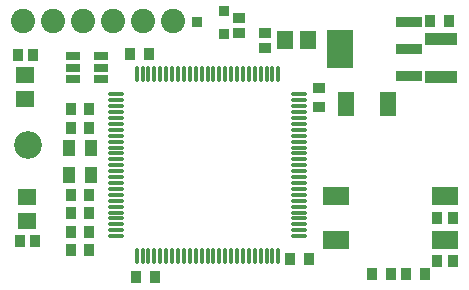
<source format=gts>
G04*
G04 #@! TF.GenerationSoftware,Altium Limited,Altium Designer,25.1.2 (22)*
G04*
G04 Layer_Color=8388736*
%FSLAX44Y44*%
%MOMM*%
G71*
G04*
G04 #@! TF.SameCoordinates,7ED34E8D-A4F8-468C-8B7F-49A99E5286A2*
G04*
G04*
G04 #@! TF.FilePolarity,Negative*
G04*
G01*
G75*
%ADD32R,2.2000X0.9500*%
%ADD33R,2.2000X3.3000*%
%ADD34R,0.8120X0.8120*%
%ADD35R,0.9500X1.1000*%
%ADD36R,0.8500X1.0000*%
%ADD37R,2.2300X1.6500*%
%ADD38R,2.7562X1.0042*%
%ADD39R,1.4500X2.0500*%
%ADD40R,1.1000X0.9500*%
%ADD41R,1.0000X0.8500*%
%ADD42R,1.4500X1.5500*%
%ADD43O,0.3500X1.5000*%
%ADD44O,1.5000X0.3500*%
%ADD45R,1.2500X0.6500*%
%ADD46R,1.5500X1.4500*%
%ADD47R,1.1000X1.3500*%
%ADD48C,2.0500*%
%ADD49C,2.3500*%
D32*
X348501Y183750D02*
D03*
Y206750D02*
D03*
Y229750D02*
D03*
D33*
X290000Y206750D02*
D03*
D34*
X168890Y229275D02*
D03*
X191750Y219750D02*
D03*
Y238800D02*
D03*
D35*
X333000Y16000D02*
D03*
X317000D02*
D03*
X362000D02*
D03*
X346000D02*
D03*
X366250Y230250D02*
D03*
X382250D02*
D03*
X112750Y202250D02*
D03*
X128750D02*
D03*
X247750Y29250D02*
D03*
X263750D02*
D03*
X133500Y14000D02*
D03*
X117500D02*
D03*
X78000Y155500D02*
D03*
X62000D02*
D03*
X62000Y140000D02*
D03*
X78000D02*
D03*
X78000Y67500D02*
D03*
X62000D02*
D03*
X78000Y52000D02*
D03*
X62000D02*
D03*
X78000Y36750D02*
D03*
X62000D02*
D03*
X78000Y83000D02*
D03*
X62000D02*
D03*
D36*
X385500Y27000D02*
D03*
X372500D02*
D03*
X385500Y64000D02*
D03*
X372500D02*
D03*
X17250Y201500D02*
D03*
X30250D02*
D03*
X19250Y44000D02*
D03*
X32250D02*
D03*
D37*
X287000Y45000D02*
D03*
X379000D02*
D03*
X287000Y82000D02*
D03*
X379000D02*
D03*
D38*
X375250Y182750D02*
D03*
Y215250D02*
D03*
D39*
X295000Y160000D02*
D03*
X331000D02*
D03*
D40*
X272000Y157750D02*
D03*
Y173750D02*
D03*
D41*
X205000Y233250D02*
D03*
Y220250D02*
D03*
X226250Y207500D02*
D03*
Y220500D02*
D03*
D42*
X263250Y214000D02*
D03*
X243250D02*
D03*
D43*
X118000Y185500D02*
D03*
X123000D02*
D03*
X128000D02*
D03*
X133000D02*
D03*
X138000D02*
D03*
X143000D02*
D03*
X148000D02*
D03*
X153000D02*
D03*
X158000D02*
D03*
X163000D02*
D03*
X168000D02*
D03*
X173000D02*
D03*
X178000D02*
D03*
X183000D02*
D03*
X188000D02*
D03*
X193000D02*
D03*
X198000D02*
D03*
X203000D02*
D03*
X208000D02*
D03*
X213000D02*
D03*
X218000D02*
D03*
X223000D02*
D03*
X228000D02*
D03*
X233000D02*
D03*
X238000D02*
D03*
Y31000D02*
D03*
X233000D02*
D03*
X228000D02*
D03*
X223000D02*
D03*
X218000D02*
D03*
X213000D02*
D03*
X208000D02*
D03*
X203000D02*
D03*
X198000D02*
D03*
X193000D02*
D03*
X188000D02*
D03*
X183000D02*
D03*
X178000D02*
D03*
X173000D02*
D03*
X168000D02*
D03*
X163000D02*
D03*
X158000D02*
D03*
X153000D02*
D03*
X148000D02*
D03*
X143000D02*
D03*
X138000D02*
D03*
X133000D02*
D03*
X128000D02*
D03*
X123000D02*
D03*
X118000D02*
D03*
D44*
X255250Y168250D02*
D03*
Y163250D02*
D03*
Y158250D02*
D03*
Y153250D02*
D03*
Y148250D02*
D03*
Y143250D02*
D03*
Y138250D02*
D03*
Y133250D02*
D03*
Y128250D02*
D03*
Y123250D02*
D03*
Y118250D02*
D03*
Y113250D02*
D03*
Y108250D02*
D03*
Y103250D02*
D03*
Y98250D02*
D03*
Y93250D02*
D03*
Y88250D02*
D03*
Y83250D02*
D03*
Y78250D02*
D03*
Y73250D02*
D03*
Y68250D02*
D03*
Y63250D02*
D03*
Y58250D02*
D03*
Y53250D02*
D03*
Y48250D02*
D03*
X100750D02*
D03*
Y53250D02*
D03*
Y58250D02*
D03*
Y63250D02*
D03*
Y68250D02*
D03*
Y73250D02*
D03*
Y78250D02*
D03*
Y83250D02*
D03*
Y88250D02*
D03*
Y93250D02*
D03*
Y98250D02*
D03*
Y103250D02*
D03*
Y108250D02*
D03*
Y113250D02*
D03*
Y118250D02*
D03*
Y123250D02*
D03*
Y128250D02*
D03*
Y133250D02*
D03*
Y138250D02*
D03*
Y143250D02*
D03*
Y148250D02*
D03*
Y153250D02*
D03*
Y158250D02*
D03*
Y163250D02*
D03*
Y168250D02*
D03*
D45*
X87500Y200500D02*
D03*
Y191000D02*
D03*
Y181500D02*
D03*
X64500D02*
D03*
Y191000D02*
D03*
Y200500D02*
D03*
D46*
X25500Y61001D02*
D03*
Y81001D02*
D03*
X23750Y184500D02*
D03*
Y164500D02*
D03*
D47*
X79000Y100000D02*
D03*
Y123000D02*
D03*
X60500D02*
D03*
Y100000D02*
D03*
D48*
X72800Y230500D02*
D03*
X98200D02*
D03*
X123600D02*
D03*
X149000D02*
D03*
X47400D02*
D03*
X22000D02*
D03*
D49*
X26000Y125000D02*
D03*
M02*

</source>
